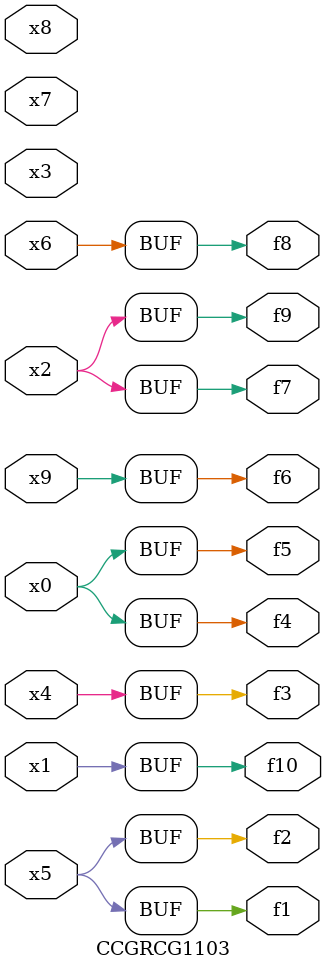
<source format=v>
module CCGRCG1103(
	input x0, x1, x2, x3, x4, x5, x6, x7, x8, x9,
	output f1, f2, f3, f4, f5, f6, f7, f8, f9, f10
);
	assign f1 = x5;
	assign f2 = x5;
	assign f3 = x4;
	assign f4 = x0;
	assign f5 = x0;
	assign f6 = x9;
	assign f7 = x2;
	assign f8 = x6;
	assign f9 = x2;
	assign f10 = x1;
endmodule

</source>
